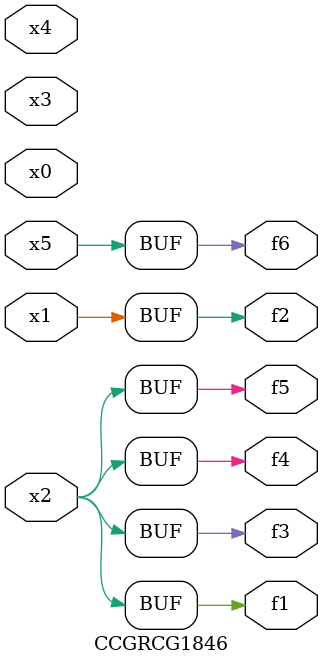
<source format=v>
module CCGRCG1846(
	input x0, x1, x2, x3, x4, x5,
	output f1, f2, f3, f4, f5, f6
);
	assign f1 = x2;
	assign f2 = x1;
	assign f3 = x2;
	assign f4 = x2;
	assign f5 = x2;
	assign f6 = x5;
endmodule

</source>
